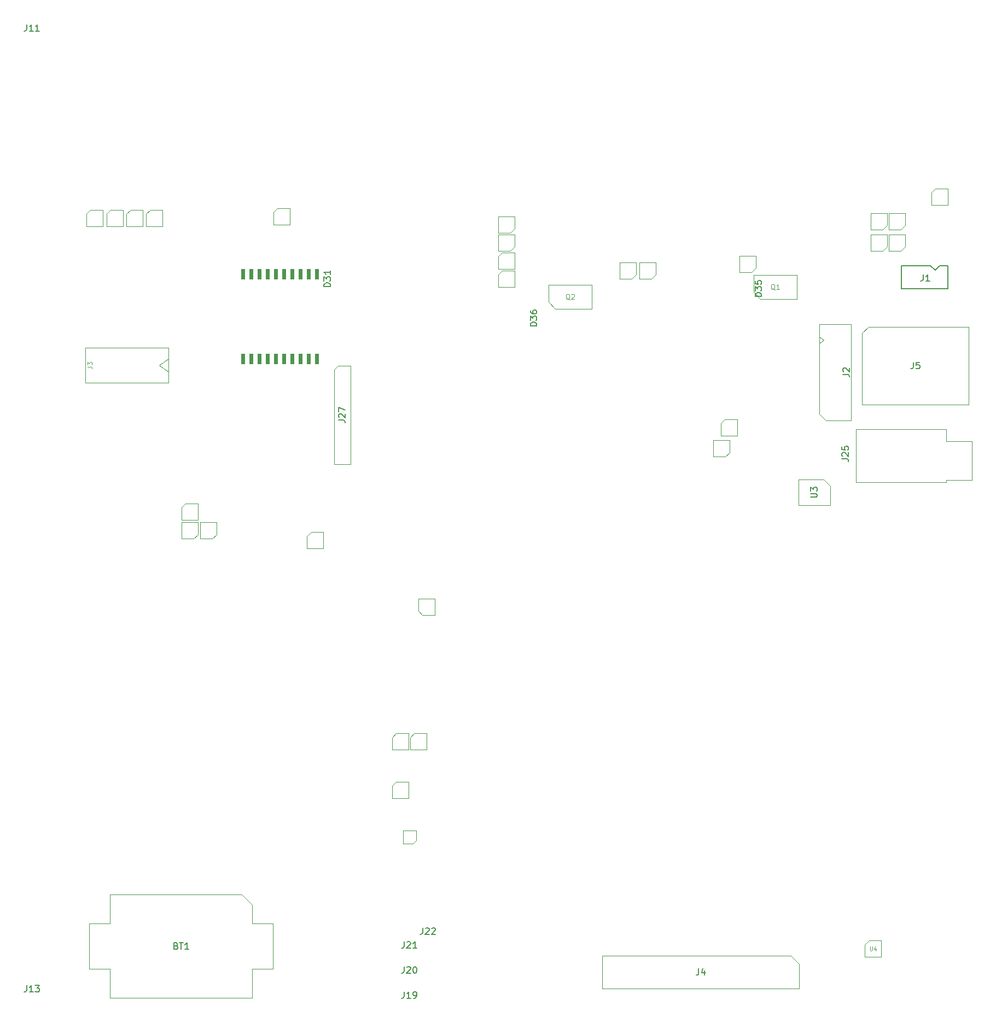
<source format=gbr>
G04 #@! TF.GenerationSoftware,KiCad,Pcbnew,(6.0.1)*
G04 #@! TF.CreationDate,2022-05-23T18:47:54+03:00*
G04 #@! TF.ProjectId,hellen72_NB2,68656c6c-656e-4373-925f-4e42322e6b69,b*
G04 #@! TF.SameCoordinates,PX141ef50PYa2cc1bc*
G04 #@! TF.FileFunction,AssemblyDrawing,Top*
%FSLAX46Y46*%
G04 Gerber Fmt 4.6, Leading zero omitted, Abs format (unit mm)*
G04 Created by KiCad (PCBNEW (6.0.1)) date 2022-05-23 18:47:54*
%MOMM*%
%LPD*%
G01*
G04 APERTURE LIST*
%ADD10C,0.150000*%
%ADD11C,0.120000*%
%ADD12C,0.090000*%
%ADD13C,0.100000*%
%ADD14C,0.010000*%
G04 APERTURE END LIST*
D10*
G04 #@! TO.C,J27*
X52776060Y93187817D02*
X53490346Y93187817D01*
X53633203Y93140198D01*
X53728441Y93044960D01*
X53776060Y92902102D01*
X53776060Y92806864D01*
X52871299Y93616388D02*
X52823680Y93664007D01*
X52776060Y93759245D01*
X52776060Y93997340D01*
X52823680Y94092579D01*
X52871299Y94140198D01*
X52966537Y94187817D01*
X53061775Y94187817D01*
X53204632Y94140198D01*
X53776060Y93568769D01*
X53776060Y94187817D01*
X52776060Y94521150D02*
X52776060Y95187817D01*
X53776060Y94759245D01*
G04 #@! TO.C,J19*
X62910135Y4683661D02*
X62910135Y3969375D01*
X62862516Y3826518D01*
X62767278Y3731280D01*
X62624420Y3683661D01*
X62529182Y3683661D01*
X63910135Y3683661D02*
X63338706Y3683661D01*
X63624420Y3683661D02*
X63624420Y4683661D01*
X63529182Y4540803D01*
X63433944Y4445565D01*
X63338706Y4397946D01*
X64386325Y3683661D02*
X64576801Y3683661D01*
X64672039Y3731280D01*
X64719659Y3778899D01*
X64814897Y3921756D01*
X64862516Y4112232D01*
X64862516Y4493184D01*
X64814897Y4588422D01*
X64767278Y4636041D01*
X64672039Y4683661D01*
X64481563Y4683661D01*
X64386325Y4636041D01*
X64338706Y4588422D01*
X64291087Y4493184D01*
X64291087Y4255089D01*
X64338706Y4159851D01*
X64386325Y4112232D01*
X64481563Y4064613D01*
X64672039Y4064613D01*
X64767278Y4112232D01*
X64814897Y4159851D01*
X64862516Y4255089D01*
G04 #@! TO.C,D35*
X118260060Y112341055D02*
X117260060Y112341055D01*
X117260060Y112579150D01*
X117307680Y112722007D01*
X117402918Y112817245D01*
X117498156Y112864864D01*
X117688632Y112912483D01*
X117831489Y112912483D01*
X118021965Y112864864D01*
X118117203Y112817245D01*
X118212441Y112722007D01*
X118260060Y112579150D01*
X118260060Y112341055D01*
X117260060Y113245817D02*
X117260060Y113864864D01*
X117641013Y113531531D01*
X117641013Y113674388D01*
X117688632Y113769626D01*
X117736251Y113817245D01*
X117831489Y113864864D01*
X118069584Y113864864D01*
X118164822Y113817245D01*
X118212441Y113769626D01*
X118260060Y113674388D01*
X118260060Y113388674D01*
X118212441Y113293436D01*
X118164822Y113245817D01*
X117260060Y114769626D02*
X117260060Y114293436D01*
X117736251Y114245817D01*
X117688632Y114293436D01*
X117641013Y114388674D01*
X117641013Y114626769D01*
X117688632Y114722007D01*
X117736251Y114769626D01*
X117831489Y114817245D01*
X118069584Y114817245D01*
X118164822Y114769626D01*
X118212441Y114722007D01*
X118260060Y114626769D01*
X118260060Y114388674D01*
X118212441Y114293436D01*
X118164822Y114245817D01*
G04 #@! TO.C,J20*
X62910135Y8556463D02*
X62910135Y7842177D01*
X62862516Y7699320D01*
X62767278Y7604082D01*
X62624420Y7556463D01*
X62529182Y7556463D01*
X63338706Y8461224D02*
X63386325Y8508843D01*
X63481563Y8556463D01*
X63719659Y8556463D01*
X63814897Y8508843D01*
X63862516Y8461224D01*
X63910135Y8365986D01*
X63910135Y8270748D01*
X63862516Y8127891D01*
X63291087Y7556463D01*
X63910135Y7556463D01*
X64529182Y8556463D02*
X64624420Y8556463D01*
X64719659Y8508843D01*
X64767278Y8461224D01*
X64814897Y8365986D01*
X64862516Y8175510D01*
X64862516Y7937415D01*
X64814897Y7746939D01*
X64767278Y7651701D01*
X64719659Y7604082D01*
X64624420Y7556463D01*
X64529182Y7556463D01*
X64433944Y7604082D01*
X64386325Y7651701D01*
X64338706Y7746939D01*
X64291087Y7937415D01*
X64291087Y8175510D01*
X64338706Y8365986D01*
X64386325Y8461224D01*
X64433944Y8508843D01*
X64529182Y8556463D01*
G04 #@! TO.C,J1*
X143268346Y115727960D02*
X143268346Y115013674D01*
X143220727Y114870817D01*
X143125489Y114775579D01*
X142982632Y114727960D01*
X142887394Y114727960D01*
X144268346Y114727960D02*
X143696918Y114727960D01*
X143982632Y114727960D02*
X143982632Y115727960D01*
X143887394Y115585102D01*
X143792156Y115489864D01*
X143696918Y115442245D01*
G04 #@! TO.C,J5*
X141743346Y102152960D02*
X141743346Y101438674D01*
X141695727Y101295817D01*
X141600489Y101200579D01*
X141457632Y101152960D01*
X141362394Y101152960D01*
X142695727Y102152960D02*
X142219537Y102152960D01*
X142171918Y101676769D01*
X142219537Y101724388D01*
X142314775Y101772007D01*
X142552870Y101772007D01*
X142648108Y101724388D01*
X142695727Y101676769D01*
X142743346Y101581531D01*
X142743346Y101343436D01*
X142695727Y101248198D01*
X142648108Y101200579D01*
X142552870Y101152960D01*
X142314775Y101152960D01*
X142219537Y101200579D01*
X142171918Y101248198D01*
D11*
G04 #@! TO.C,J3*
X13918346Y101472007D02*
X14418346Y101472007D01*
X14518346Y101438674D01*
X14585013Y101372007D01*
X14618346Y101272007D01*
X14618346Y101205340D01*
X13918346Y101738674D02*
X13918346Y102172007D01*
X14185013Y101938674D01*
X14185013Y102038674D01*
X14218346Y102105340D01*
X14251680Y102138674D01*
X14318346Y102172007D01*
X14485013Y102172007D01*
X14551680Y102138674D01*
X14585013Y102105340D01*
X14618346Y102038674D01*
X14618346Y101838674D01*
X14585013Y101772007D01*
X14551680Y101738674D01*
D10*
G04 #@! TO.C,J13*
X4490476Y5647620D02*
X4490476Y4933334D01*
X4442857Y4790477D01*
X4347619Y4695239D01*
X4204761Y4647620D01*
X4109523Y4647620D01*
X5490476Y4647620D02*
X4919047Y4647620D01*
X5204761Y4647620D02*
X5204761Y5647620D01*
X5109523Y5504762D01*
X5014285Y5409524D01*
X4919047Y5361905D01*
X5823809Y5647620D02*
X6442857Y5647620D01*
X6109523Y5266667D01*
X6252380Y5266667D01*
X6347619Y5219048D01*
X6395238Y5171429D01*
X6442857Y5076191D01*
X6442857Y4838096D01*
X6395238Y4742858D01*
X6347619Y4695239D01*
X6252380Y4647620D01*
X5966666Y4647620D01*
X5871428Y4695239D01*
X5823809Y4742858D01*
G04 #@! TO.C,J22*
X65790476Y14547620D02*
X65790476Y13833334D01*
X65742857Y13690477D01*
X65647619Y13595239D01*
X65504761Y13547620D01*
X65409523Y13547620D01*
X66219047Y14452381D02*
X66266666Y14500000D01*
X66361904Y14547620D01*
X66600000Y14547620D01*
X66695238Y14500000D01*
X66742857Y14452381D01*
X66790476Y14357143D01*
X66790476Y14261905D01*
X66742857Y14119048D01*
X66171428Y13547620D01*
X66790476Y13547620D01*
X67171428Y14452381D02*
X67219047Y14500000D01*
X67314285Y14547620D01*
X67552380Y14547620D01*
X67647619Y14500000D01*
X67695238Y14452381D01*
X67742857Y14357143D01*
X67742857Y14261905D01*
X67695238Y14119048D01*
X67123809Y13547620D01*
X67742857Y13547620D01*
G04 #@! TO.C,BT1*
X27615965Y11776769D02*
X27758822Y11729150D01*
X27806441Y11681531D01*
X27854060Y11586293D01*
X27854060Y11443436D01*
X27806441Y11348198D01*
X27758822Y11300579D01*
X27663584Y11252960D01*
X27282632Y11252960D01*
X27282632Y12252960D01*
X27615965Y12252960D01*
X27711203Y12205340D01*
X27758822Y12157721D01*
X27806441Y12062483D01*
X27806441Y11967245D01*
X27758822Y11872007D01*
X27711203Y11824388D01*
X27615965Y11776769D01*
X27282632Y11776769D01*
X28139775Y12252960D02*
X28711203Y12252960D01*
X28425489Y11252960D02*
X28425489Y12252960D01*
X29568346Y11252960D02*
X28996918Y11252960D01*
X29282632Y11252960D02*
X29282632Y12252960D01*
X29187394Y12110102D01*
X29092156Y12014864D01*
X28996918Y11967245D01*
G04 #@! TO.C,J25*
X130702380Y87188820D02*
X131416666Y87188820D01*
X131559523Y87141201D01*
X131654761Y87045963D01*
X131702380Y86903105D01*
X131702380Y86807867D01*
X130797619Y87617391D02*
X130750000Y87665010D01*
X130702380Y87760248D01*
X130702380Y87998343D01*
X130750000Y88093582D01*
X130797619Y88141201D01*
X130892857Y88188820D01*
X130988095Y88188820D01*
X131130952Y88141201D01*
X131702380Y87569772D01*
X131702380Y88188820D01*
X130702380Y89093582D02*
X130702380Y88617391D01*
X131178571Y88569772D01*
X131130952Y88617391D01*
X131083333Y88712629D01*
X131083333Y88950724D01*
X131130952Y89045963D01*
X131178571Y89093582D01*
X131273809Y89141201D01*
X131511904Y89141201D01*
X131607142Y89093582D01*
X131654761Y89045963D01*
X131702380Y88950724D01*
X131702380Y88712629D01*
X131654761Y88617391D01*
X131607142Y88569772D01*
G04 #@! TO.C,U3*
X125865013Y81258674D02*
X126658346Y81258674D01*
X126751680Y81305340D01*
X126798346Y81352007D01*
X126845013Y81445340D01*
X126845013Y81632007D01*
X126798346Y81725340D01*
X126751680Y81772007D01*
X126658346Y81818674D01*
X125865013Y81818674D01*
X125865013Y82192007D02*
X125865013Y82798674D01*
X126238346Y82472007D01*
X126238346Y82612007D01*
X126285013Y82705340D01*
X126331680Y82752007D01*
X126425013Y82798674D01*
X126658346Y82798674D01*
X126751680Y82752007D01*
X126798346Y82705340D01*
X126845013Y82612007D01*
X126845013Y82332007D01*
X126798346Y82238674D01*
X126751680Y82192007D01*
D12*
G04 #@! TO.C,U4*
X135029299Y11669864D02*
X135029299Y11167960D01*
X135058822Y11108912D01*
X135088346Y11079388D01*
X135147394Y11049864D01*
X135265489Y11049864D01*
X135324537Y11079388D01*
X135354060Y11108912D01*
X135383584Y11167960D01*
X135383584Y11669864D01*
X135944537Y11463198D02*
X135944537Y11049864D01*
X135796918Y11699388D02*
X135649299Y11256531D01*
X136033108Y11256531D01*
D11*
G04 #@! TO.C,Q1*
X120303489Y113371245D02*
X120227299Y113409340D01*
X120151108Y113485531D01*
X120036822Y113599817D01*
X119960632Y113637912D01*
X119884441Y113637912D01*
X119922537Y113447436D02*
X119846346Y113485531D01*
X119770156Y113561721D01*
X119732060Y113714102D01*
X119732060Y113980769D01*
X119770156Y114133150D01*
X119846346Y114209340D01*
X119922537Y114247436D01*
X120074918Y114247436D01*
X120151108Y114209340D01*
X120227299Y114133150D01*
X120265394Y113980769D01*
X120265394Y113714102D01*
X120227299Y113561721D01*
X120151108Y113485531D01*
X120074918Y113447436D01*
X119922537Y113447436D01*
X121027299Y113447436D02*
X120570156Y113447436D01*
X120798727Y113447436D02*
X120798727Y114247436D01*
X120722537Y114133150D01*
X120646346Y114056960D01*
X120570156Y114018864D01*
D10*
G04 #@! TO.C,D31*
X51522060Y113865055D02*
X50522060Y113865055D01*
X50522060Y114103150D01*
X50569680Y114246007D01*
X50664918Y114341245D01*
X50760156Y114388864D01*
X50950632Y114436483D01*
X51093489Y114436483D01*
X51283965Y114388864D01*
X51379203Y114341245D01*
X51474441Y114246007D01*
X51522060Y114103150D01*
X51522060Y113865055D01*
X50522060Y114769817D02*
X50522060Y115388864D01*
X50903013Y115055531D01*
X50903013Y115198388D01*
X50950632Y115293626D01*
X50998251Y115341245D01*
X51093489Y115388864D01*
X51331584Y115388864D01*
X51426822Y115341245D01*
X51474441Y115293626D01*
X51522060Y115198388D01*
X51522060Y114912674D01*
X51474441Y114817436D01*
X51426822Y114769817D01*
X51522060Y116341245D02*
X51522060Y115769817D01*
X51522060Y116055531D02*
X50522060Y116055531D01*
X50664918Y115960293D01*
X50760156Y115865055D01*
X50807775Y115769817D01*
D11*
G04 #@! TO.C,Q2*
X88553489Y111847245D02*
X88477299Y111885340D01*
X88401108Y111961531D01*
X88286822Y112075817D01*
X88210632Y112113912D01*
X88134441Y112113912D01*
X88172537Y111923436D02*
X88096346Y111961531D01*
X88020156Y112037721D01*
X87982060Y112190102D01*
X87982060Y112456769D01*
X88020156Y112609150D01*
X88096346Y112685340D01*
X88172537Y112723436D01*
X88324918Y112723436D01*
X88401108Y112685340D01*
X88477299Y112609150D01*
X88515394Y112456769D01*
X88515394Y112190102D01*
X88477299Y112037721D01*
X88401108Y111961531D01*
X88324918Y111923436D01*
X88172537Y111923436D01*
X88820156Y112647245D02*
X88858251Y112685340D01*
X88934441Y112723436D01*
X89124918Y112723436D01*
X89201108Y112685340D01*
X89239203Y112647245D01*
X89277299Y112571055D01*
X89277299Y112494864D01*
X89239203Y112380579D01*
X88782060Y111923436D01*
X89277299Y111923436D01*
D10*
G04 #@! TO.C,J11*
X4490476Y154447620D02*
X4490476Y153733334D01*
X4442857Y153590477D01*
X4347619Y153495239D01*
X4204761Y153447620D01*
X4109523Y153447620D01*
X5490476Y153447620D02*
X4919047Y153447620D01*
X5204761Y153447620D02*
X5204761Y154447620D01*
X5109523Y154304762D01*
X5014285Y154209524D01*
X4919047Y154161905D01*
X6442857Y153447620D02*
X5871428Y153447620D01*
X6157142Y153447620D02*
X6157142Y154447620D01*
X6061904Y154304762D01*
X5966666Y154209524D01*
X5871428Y154161905D01*
G04 #@! TO.C,J4*
X108520706Y8266840D02*
X108520706Y7552554D01*
X108473087Y7409697D01*
X108377849Y7314459D01*
X108234992Y7266840D01*
X108139754Y7266840D01*
X109425468Y7933506D02*
X109425468Y7266840D01*
X109187373Y8314459D02*
X108949278Y7600173D01*
X109568325Y7600173D01*
G04 #@! TO.C,J21*
X62917156Y12427960D02*
X62917156Y11713674D01*
X62869537Y11570817D01*
X62774299Y11475579D01*
X62631441Y11427960D01*
X62536203Y11427960D01*
X63345727Y12332721D02*
X63393346Y12380340D01*
X63488584Y12427960D01*
X63726680Y12427960D01*
X63821918Y12380340D01*
X63869537Y12332721D01*
X63917156Y12237483D01*
X63917156Y12142245D01*
X63869537Y11999388D01*
X63298108Y11427960D01*
X63917156Y11427960D01*
X64869537Y11427960D02*
X64298108Y11427960D01*
X64583822Y11427960D02*
X64583822Y12427960D01*
X64488584Y12285102D01*
X64393346Y12189864D01*
X64298108Y12142245D01*
G04 #@! TO.C,D36*
X83462060Y107769055D02*
X82462060Y107769055D01*
X82462060Y108007150D01*
X82509680Y108150007D01*
X82604918Y108245245D01*
X82700156Y108292864D01*
X82890632Y108340483D01*
X83033489Y108340483D01*
X83223965Y108292864D01*
X83319203Y108245245D01*
X83414441Y108150007D01*
X83462060Y108007150D01*
X83462060Y107769055D01*
X82462060Y108673817D02*
X82462060Y109292864D01*
X82843013Y108959531D01*
X82843013Y109102388D01*
X82890632Y109197626D01*
X82938251Y109245245D01*
X83033489Y109292864D01*
X83271584Y109292864D01*
X83366822Y109245245D01*
X83414441Y109197626D01*
X83462060Y109102388D01*
X83462060Y108816674D01*
X83414441Y108721436D01*
X83366822Y108673817D01*
X82462060Y110150007D02*
X82462060Y109959531D01*
X82509680Y109864293D01*
X82557299Y109816674D01*
X82700156Y109721436D01*
X82890632Y109673817D01*
X83271584Y109673817D01*
X83366822Y109721436D01*
X83414441Y109769055D01*
X83462060Y109864293D01*
X83462060Y110054769D01*
X83414441Y110150007D01*
X83366822Y110197626D01*
X83271584Y110245245D01*
X83033489Y110245245D01*
X82938251Y110197626D01*
X82890632Y110150007D01*
X82843013Y110054769D01*
X82843013Y109864293D01*
X82890632Y109769055D01*
X82938251Y109721436D01*
X83033489Y109673817D01*
G04 #@! TO.C,J2*
X130854060Y100272007D02*
X131568346Y100272007D01*
X131711203Y100224388D01*
X131806441Y100129150D01*
X131854060Y99986293D01*
X131854060Y99891055D01*
X130949299Y100700579D02*
X130901680Y100748198D01*
X130854060Y100843436D01*
X130854060Y101081531D01*
X130901680Y101176769D01*
X130949299Y101224388D01*
X131044537Y101272007D01*
X131139775Y101272007D01*
X131282632Y101224388D01*
X131854060Y100652960D01*
X131854060Y101272007D01*
D13*
G04 #@! TO.C,P5*
X61032380Y34640220D02*
X61032380Y36545220D01*
X61032380Y36545220D02*
X61667380Y37180220D01*
X63572380Y37180220D02*
X63572380Y34640220D01*
X61667380Y37180220D02*
X63572380Y37180220D01*
X63572380Y34640220D02*
X61032380Y34640220D01*
G04 #@! TO.C,P6*
X61667380Y44682400D02*
X63572380Y44682400D01*
X61032380Y42142400D02*
X61032380Y44047400D01*
X63572380Y44682400D02*
X63572380Y42142400D01*
X63572380Y42142400D02*
X61032380Y42142400D01*
X61032380Y44047400D02*
X61667380Y44682400D01*
G04 #@! TO.C,J27*
X54593680Y101617340D02*
X54593680Y86377340D01*
X54593680Y86377340D02*
X52053680Y86377340D01*
X52688680Y101617340D02*
X54593680Y101617340D01*
X52053680Y100982340D02*
X52688680Y101617340D01*
X52053680Y86377340D02*
X52053680Y100982340D01*
G04 #@! TO.C,P19*
X42655680Y123461340D02*
X42655680Y125366340D01*
X45195680Y126001340D02*
X45195680Y123461340D01*
X45195680Y123461340D02*
X42655680Y123461340D01*
X42655680Y125366340D02*
X43290680Y126001340D01*
X43290680Y126001340D02*
X45195680Y126001340D01*
G04 #@! TO.C,P10*
X77453680Y116603340D02*
X77453680Y118508340D01*
X79993680Y116603340D02*
X77453680Y116603340D01*
X79993680Y119143340D02*
X79993680Y116603340D01*
X77453680Y118508340D02*
X78088680Y119143340D01*
X78088680Y119143340D02*
X79993680Y119143340D01*
G04 #@! TO.C,P12*
X30971680Y80275340D02*
X30971680Y77735340D01*
X30971680Y77735340D02*
X28431680Y77735340D01*
X29066680Y80275340D02*
X30971680Y80275340D01*
X28431680Y79640340D02*
X29066680Y80275340D01*
X28431680Y77735340D02*
X28431680Y79640340D01*
G04 #@! TO.C,P15*
X78088680Y116349340D02*
X79993680Y116349340D01*
X79993680Y113809340D02*
X77453680Y113809340D01*
X77453680Y113809340D02*
X77453680Y115714340D01*
X79993680Y116349340D02*
X79993680Y113809340D01*
X77453680Y115714340D02*
X78088680Y116349340D01*
G04 #@! TO.C,P56*
X140445680Y125239340D02*
X140445680Y123334340D01*
X137905680Y122699340D02*
X137905680Y125239340D01*
X139810680Y122699340D02*
X137905680Y122699340D01*
X140445680Y123334340D02*
X139810680Y122699340D01*
X137905680Y125239340D02*
X140445680Y125239340D01*
G04 #@! TO.C,P52*
X101202680Y115079340D02*
X99297680Y115079340D01*
X101837680Y115714340D02*
X101202680Y115079340D01*
X99297680Y115079340D02*
X99297680Y117619340D01*
X101837680Y117619340D02*
X101837680Y115714340D01*
X99297680Y117619340D02*
X101837680Y117619340D01*
G04 #@! TO.C,P13*
X31331680Y77375340D02*
X33871680Y77375340D01*
X33871680Y75470340D02*
X33236680Y74835340D01*
X31331680Y74835340D02*
X31331680Y77375340D01*
X33871680Y77375340D02*
X33871680Y75470340D01*
X33236680Y74835340D02*
X31331680Y74835340D01*
D10*
G04 #@! TO.C,J1*
X139901680Y113580340D02*
X139901680Y117080340D01*
X144401680Y117080340D02*
X139901680Y117080340D01*
X139901680Y113580340D02*
X147101680Y113580340D01*
X147101680Y117080340D02*
X147101680Y113580340D01*
X145801680Y117080340D02*
X145101680Y116380340D01*
X145101680Y116380340D02*
X144401680Y117080340D01*
X147101680Y117080340D02*
X145801680Y117080340D01*
D13*
G04 #@! TO.C,J5*
X134826680Y107655340D02*
X150326680Y107655340D01*
X150326680Y95555340D02*
X133826680Y95555340D01*
X150326680Y107655340D02*
X150326680Y95555340D01*
X133826680Y95555340D02*
X133826680Y106655340D01*
X133826680Y106655340D02*
X134826680Y107655340D01*
G04 #@! TO.C,P4*
X66382640Y44680220D02*
X66382640Y42140220D01*
X64477640Y44680220D02*
X66382640Y44680220D01*
X66382640Y42140220D02*
X63842640Y42140220D01*
X63842640Y44045220D02*
X64477640Y44680220D01*
X63842640Y42140220D02*
X63842640Y44045220D01*
G04 #@! TO.C,P21*
X14364680Y125747340D02*
X16269680Y125747340D01*
X16269680Y123207340D02*
X13729680Y123207340D01*
X13729680Y125112340D02*
X14364680Y125747340D01*
X16269680Y125747340D02*
X16269680Y123207340D01*
X13729680Y123207340D02*
X13729680Y125112340D01*
G04 #@! TO.C,P11*
X30971680Y77375340D02*
X30971680Y75470340D01*
X28431680Y74835340D02*
X28431680Y77375340D01*
X30336680Y74835340D02*
X28431680Y74835340D01*
X28431680Y77375340D02*
X30971680Y77375340D01*
X30971680Y75470340D02*
X30336680Y74835340D01*
G04 #@! TO.C,J3*
X26401680Y100705340D02*
X24987466Y101705340D01*
X26401680Y104405340D02*
X13601680Y104405340D01*
X24987466Y101705340D02*
X26401680Y102705340D01*
X13601680Y104405340D02*
X13601680Y99005340D01*
X13601680Y99005340D02*
X26401680Y99005340D01*
X26401680Y99005340D02*
X26401680Y104405340D01*
G04 #@! TO.C,P50*
X147049680Y129049340D02*
X147049680Y126509340D01*
X145144680Y129049340D02*
X147049680Y129049340D01*
X147049680Y126509340D02*
X144509680Y126509340D01*
X144509680Y126509340D02*
X144509680Y128414340D01*
X144509680Y128414340D02*
X145144680Y129049340D01*
G04 #@! TO.C,P8*
X79358680Y122191340D02*
X77453680Y122191340D01*
X79993680Y122826340D02*
X79358680Y122191340D01*
X79993680Y124731340D02*
X79993680Y122826340D01*
X77453680Y122191340D02*
X77453680Y124731340D01*
X77453680Y124731340D02*
X79993680Y124731340D01*
G04 #@! TO.C,P48*
X137905680Y121937340D02*
X140445680Y121937340D01*
X139810680Y119397340D02*
X137905680Y119397340D01*
X137905680Y119397340D02*
X137905680Y121937340D01*
X140445680Y121937340D02*
X140445680Y120032340D01*
X140445680Y120032340D02*
X139810680Y119397340D01*
G04 #@! TO.C,P16*
X22471680Y125775340D02*
X22471680Y123235340D01*
X22471680Y123235340D02*
X19931680Y123235340D01*
X19931680Y125140340D02*
X20566680Y125775340D01*
X19931680Y123235340D02*
X19931680Y125140340D01*
X20566680Y125775340D02*
X22471680Y125775340D01*
G04 #@! TO.C,U1*
X62801680Y29605340D02*
X64801680Y29605340D01*
X64801680Y28105340D02*
X64301680Y27605340D01*
X64301680Y27605340D02*
X62801680Y27605340D01*
X62801680Y27605340D02*
X62801680Y29605340D01*
X64801680Y29605340D02*
X64801680Y28105340D01*
G04 #@! TO.C,BT1*
X42601680Y8205340D02*
X39401680Y8205340D01*
X17401680Y19705340D02*
X37801680Y19705340D01*
X17401680Y15205340D02*
X14201680Y15205340D01*
X17401680Y3705340D02*
X17401680Y8205340D01*
X17401680Y19705340D02*
X17401680Y15205340D01*
X39401680Y3705340D02*
X39401680Y8205340D01*
X39401680Y18105340D02*
X39401680Y15205340D01*
X14201680Y15205340D02*
X14201680Y8205340D01*
X39401680Y15205340D02*
X42601680Y15205340D01*
X42601680Y15205340D02*
X42601680Y8205340D01*
X17401680Y3705340D02*
X39401680Y3705340D01*
X14201680Y8205340D02*
X17401680Y8205340D01*
X37801680Y19705340D02*
X39401680Y18105340D01*
G04 #@! TO.C,P9*
X79993680Y121937340D02*
X79993680Y120032340D01*
X79993680Y120032340D02*
X79358680Y119397340D01*
X79358680Y119397340D02*
X77453680Y119397340D01*
X77453680Y119397340D02*
X77453680Y121937340D01*
X77453680Y121937340D02*
X79993680Y121937340D01*
G04 #@! TO.C,J25*
X146826680Y91805340D02*
X146826680Y89905340D01*
X132826680Y83605340D02*
X132826680Y91805340D01*
X146826680Y83905340D02*
X146826680Y83605340D01*
X150826680Y89905340D02*
X150826680Y83905340D01*
X150826680Y83905340D02*
X146826680Y83905340D01*
X146826680Y83605340D02*
X132826680Y83605340D01*
X132826680Y91805340D02*
X146826680Y91805340D01*
X146826680Y89905340D02*
X150826680Y89905340D01*
G04 #@! TO.C,P23*
X47881680Y75190340D02*
X48516680Y75825340D01*
X48516680Y75825340D02*
X50421680Y75825340D01*
X47881680Y73285340D02*
X47881680Y75190340D01*
X50421680Y73285340D02*
X47881680Y73285340D01*
X50421680Y75825340D02*
X50421680Y73285340D01*
G04 #@! TO.C,P20*
X111931680Y90785340D02*
X111931680Y92690340D01*
X114471680Y93325340D02*
X114471680Y90785340D01*
X112566680Y93325340D02*
X114471680Y93325340D01*
X114471680Y90785340D02*
X111931680Y90785340D01*
X111931680Y92690340D02*
X112566680Y93325340D01*
G04 #@! TO.C,U3*
X127876680Y83955340D02*
X128851680Y82980340D01*
X128851680Y82980340D02*
X128851680Y80055340D01*
X123951680Y83955340D02*
X127876680Y83955340D01*
X128851680Y80055340D02*
X123951680Y80055340D01*
X123951680Y80055340D02*
X123951680Y83955340D01*
G04 #@! TO.C,U4*
X134251680Y10080340D02*
X134251680Y11955340D01*
X136751680Y10080340D02*
X134251680Y10080340D01*
X136751680Y12580340D02*
X136751680Y10080340D01*
X134876680Y12580340D02*
X136751680Y12580340D01*
X134251680Y11955340D02*
X134876680Y12580340D01*
G04 #@! TO.C,Q1*
X118079680Y111959340D02*
X117029680Y113009340D01*
X117029680Y115659340D02*
X123729680Y115659340D01*
X118079680Y111959340D02*
X123729680Y111959340D01*
X117029680Y113009340D02*
X117029680Y115659340D01*
X123729680Y111959340D02*
X123729680Y115659340D01*
G04 #@! TO.C,P3*
X23616680Y125775340D02*
X25521680Y125775340D01*
X25521680Y125775340D02*
X25521680Y123235340D01*
X22981680Y123235340D02*
X22981680Y125140340D01*
X25521680Y123235340D02*
X22981680Y123235340D01*
X22981680Y125140340D02*
X23616680Y125775340D01*
G04 #@! TO.C,Q2*
X85279680Y114135340D02*
X91979680Y114135340D01*
X86329680Y110435340D02*
X91979680Y110435340D01*
X91979680Y110435340D02*
X91979680Y114135340D01*
X86329680Y110435340D02*
X85279680Y111485340D01*
X85279680Y111485340D02*
X85279680Y114135340D01*
G04 #@! TO.C,P17*
X17466680Y125747340D02*
X19371680Y125747340D01*
X19371680Y123207340D02*
X16831680Y123207340D01*
X16831680Y125112340D02*
X17466680Y125747340D01*
X19371680Y125747340D02*
X19371680Y123207340D01*
X16831680Y123207340D02*
X16831680Y125112340D01*
G04 #@! TO.C,P18*
X65766680Y63009340D02*
X65131680Y63644340D01*
X67671680Y65549340D02*
X67671680Y63009340D01*
X65131680Y65549340D02*
X67671680Y65549340D01*
X67671680Y63009340D02*
X65766680Y63009340D01*
X65131680Y63644340D02*
X65131680Y65549340D01*
G04 #@! TO.C,P53*
X96249680Y115079340D02*
X96249680Y117619340D01*
X98154680Y115079340D02*
X96249680Y115079340D01*
X98789680Y117619340D02*
X98789680Y115714340D01*
X98789680Y115714340D02*
X98154680Y115079340D01*
X96249680Y117619340D02*
X98789680Y117619340D01*
G04 #@! TO.C,J4*
X93614040Y5179220D02*
X93614040Y10259220D01*
X122824040Y10259220D02*
X124094040Y8989220D01*
X124094040Y8989220D02*
X124094040Y5179220D01*
X93614040Y10259220D02*
X122824040Y10259220D01*
X124094040Y5179220D02*
X93614040Y5179220D01*
G04 #@! TO.C,P7*
X117331680Y118635340D02*
X117331680Y116730340D01*
X114791680Y118635340D02*
X117331680Y118635340D01*
X116696680Y116095340D02*
X114791680Y116095340D01*
X114791680Y116095340D02*
X114791680Y118635340D01*
X117331680Y116730340D02*
X116696680Y116095340D01*
G04 #@! TO.C,P1*
X110727680Y90075340D02*
X113267680Y90075340D01*
X110727680Y87535340D02*
X110727680Y90075340D01*
X113267680Y88170340D02*
X112632680Y87535340D01*
X113267680Y90075340D02*
X113267680Y88170340D01*
X112632680Y87535340D02*
X110727680Y87535340D01*
G04 #@! TO.C,P49*
X135111680Y122699340D02*
X135111680Y125239340D01*
X137651680Y125239340D02*
X137651680Y123334340D01*
X137651680Y123334340D02*
X137016680Y122699340D01*
X135111680Y125239340D02*
X137651680Y125239340D01*
X137016680Y122699340D02*
X135111680Y122699340D01*
G04 #@! TO.C,P51*
X135111680Y121937340D02*
X137651680Y121937340D01*
X137016680Y119397340D02*
X135111680Y119397340D01*
X137651680Y120032340D02*
X137016680Y119397340D01*
X135111680Y119397340D02*
X135111680Y121937340D01*
X137651680Y121937340D02*
X137651680Y120032340D01*
D14*
G04 #@! TO.C,U5*
X46607590Y116575340D02*
X47096780Y116575340D01*
X47096780Y116575340D02*
X47096780Y115057430D01*
X47096780Y115057430D02*
X46607590Y115057430D01*
X46607590Y115057430D02*
X46607590Y116575340D01*
G36*
X47096780Y115057430D02*
G01*
X46607590Y115057430D01*
X46607590Y116575340D01*
X47096780Y116575340D01*
X47096780Y115057430D01*
G37*
X47096780Y115057430D02*
X46607590Y115057430D01*
X46607590Y116575340D01*
X47096780Y116575340D01*
X47096780Y115057430D01*
X38981350Y103455240D02*
X39476780Y103455240D01*
X39476780Y103455240D02*
X39476780Y101927170D01*
X39476780Y101927170D02*
X38981350Y101927170D01*
X38981350Y101927170D02*
X38981350Y103455240D01*
G36*
X39476780Y101927170D02*
G01*
X38981350Y101927170D01*
X38981350Y103455240D01*
X39476780Y103455240D01*
X39476780Y101927170D01*
G37*
X39476780Y101927170D02*
X38981350Y101927170D01*
X38981350Y103455240D01*
X39476780Y103455240D01*
X39476780Y101927170D01*
X45338350Y103455240D02*
X45826780Y103455240D01*
X45826780Y103455240D02*
X45826780Y101927540D01*
X45826780Y101927540D02*
X45338350Y101927540D01*
X45338350Y101927540D02*
X45338350Y103455240D01*
G36*
X45826780Y101927540D02*
G01*
X45338350Y101927540D01*
X45338350Y103455240D01*
X45826780Y103455240D01*
X45826780Y101927540D01*
G37*
X45826780Y101927540D02*
X45338350Y101927540D01*
X45338350Y103455240D01*
X45826780Y103455240D01*
X45826780Y101927540D01*
X37715060Y103455240D02*
X38206780Y103455240D01*
X38206780Y103455240D02*
X38206780Y101933470D01*
X38206780Y101933470D02*
X37715060Y101933470D01*
X37715060Y101933470D02*
X37715060Y103455240D01*
G36*
X38206780Y101933470D02*
G01*
X37715060Y101933470D01*
X37715060Y103455240D01*
X38206780Y103455240D01*
X38206780Y101933470D01*
G37*
X38206780Y101933470D02*
X37715060Y101933470D01*
X37715060Y103455240D01*
X38206780Y103455240D01*
X38206780Y101933470D01*
X47882400Y103455240D02*
X48366780Y103455240D01*
X48366780Y103455240D02*
X48366780Y101925190D01*
X48366780Y101925190D02*
X47882400Y101925190D01*
X47882400Y101925190D02*
X47882400Y103455240D01*
G36*
X48366780Y101925190D02*
G01*
X47882400Y101925190D01*
X47882400Y103455240D01*
X48366780Y103455240D01*
X48366780Y101925190D01*
G37*
X48366780Y101925190D02*
X47882400Y101925190D01*
X47882400Y103455240D01*
X48366780Y103455240D01*
X48366780Y101925190D01*
X46607680Y103455240D02*
X47096780Y103455240D01*
X47096780Y103455240D02*
X47096780Y101932600D01*
X47096780Y101932600D02*
X46607680Y101932600D01*
X46607680Y101932600D02*
X46607680Y103455240D01*
G36*
X47096780Y101932600D02*
G01*
X46607680Y101932600D01*
X46607680Y103455240D01*
X47096780Y103455240D01*
X47096780Y101932600D01*
G37*
X47096780Y101932600D02*
X46607680Y101932600D01*
X46607680Y103455240D01*
X47096780Y103455240D01*
X47096780Y101932600D01*
X37708020Y116575340D02*
X38206780Y116575340D01*
X38206780Y116575340D02*
X38206780Y115063770D01*
X38206780Y115063770D02*
X37708020Y115063770D01*
X37708020Y115063770D02*
X37708020Y116575340D01*
G36*
X38206780Y115063770D02*
G01*
X37708020Y115063770D01*
X37708020Y116575340D01*
X38206780Y116575340D01*
X38206780Y115063770D01*
G37*
X38206780Y115063770D02*
X37708020Y115063770D01*
X37708020Y116575340D01*
X38206780Y116575340D01*
X38206780Y115063770D01*
X42795093Y103455240D02*
X43286780Y103455240D01*
X43286780Y103455240D02*
X43286780Y101922970D01*
X43286780Y101922970D02*
X42795093Y101922970D01*
X42795093Y101922970D02*
X42795093Y103455240D01*
G36*
X43286780Y101922970D02*
G01*
X42795093Y101922970D01*
X42795093Y103455240D01*
X43286780Y103455240D01*
X43286780Y101922970D01*
G37*
X43286780Y101922970D02*
X42795093Y101922970D01*
X42795093Y103455240D01*
X43286780Y103455240D01*
X43286780Y101922970D01*
X45339530Y116575340D02*
X45826780Y116575340D01*
X45826780Y116575340D02*
X45826780Y115065730D01*
X45826780Y115065730D02*
X45339530Y115065730D01*
X45339530Y115065730D02*
X45339530Y116575340D01*
G36*
X45826780Y115065730D02*
G01*
X45339530Y115065730D01*
X45339530Y116575340D01*
X45826780Y116575340D01*
X45826780Y115065730D01*
G37*
X45826780Y115065730D02*
X45339530Y115065730D01*
X45339530Y116575340D01*
X45826780Y116575340D01*
X45826780Y115065730D01*
X41523230Y116575340D02*
X42016780Y116575340D01*
X42016780Y116575340D02*
X42016780Y115064480D01*
X42016780Y115064480D02*
X41523230Y115064480D01*
X41523230Y115064480D02*
X41523230Y116575340D01*
G36*
X42016780Y115064480D02*
G01*
X41523230Y115064480D01*
X41523230Y116575340D01*
X42016780Y116575340D01*
X42016780Y115064480D01*
G37*
X42016780Y115064480D02*
X41523230Y115064480D01*
X41523230Y116575340D01*
X42016780Y116575340D01*
X42016780Y115064480D01*
X38985810Y116575340D02*
X39476780Y116575340D01*
X39476780Y116575340D02*
X39476780Y115056390D01*
X39476780Y115056390D02*
X38985810Y115056390D01*
X38985810Y115056390D02*
X38985810Y116575340D01*
G36*
X39476780Y115056390D02*
G01*
X38985810Y115056390D01*
X38985810Y116575340D01*
X39476780Y116575340D01*
X39476780Y115056390D01*
G37*
X39476780Y115056390D02*
X38985810Y115056390D01*
X38985810Y116575340D01*
X39476780Y116575340D01*
X39476780Y115056390D01*
X44067221Y116575340D02*
X44556780Y116575340D01*
X44556780Y116575340D02*
X44556780Y115064980D01*
X44556780Y115064980D02*
X44067221Y115064980D01*
X44067221Y115064980D02*
X44067221Y116575340D01*
G36*
X44556780Y115064980D02*
G01*
X44067221Y115064980D01*
X44067221Y116575340D01*
X44556780Y116575340D01*
X44556780Y115064980D01*
G37*
X44556780Y115064980D02*
X44067221Y115064980D01*
X44067221Y116575340D01*
X44556780Y116575340D01*
X44556780Y115064980D01*
X41526110Y103455240D02*
X42016780Y103455240D01*
X42016780Y103455240D02*
X42016780Y101933740D01*
X42016780Y101933740D02*
X41526110Y101933740D01*
X41526110Y101933740D02*
X41526110Y103455240D01*
G36*
X42016780Y101933740D02*
G01*
X41526110Y101933740D01*
X41526110Y103455240D01*
X42016780Y103455240D01*
X42016780Y101933740D01*
G37*
X42016780Y101933740D02*
X41526110Y101933740D01*
X41526110Y103455240D01*
X42016780Y103455240D01*
X42016780Y101933740D01*
X49154560Y103455240D02*
X49636780Y103455240D01*
X49636780Y103455240D02*
X49636780Y101924670D01*
X49636780Y101924670D02*
X49154560Y101924670D01*
X49154560Y101924670D02*
X49154560Y103455240D01*
G36*
X49636780Y101924670D02*
G01*
X49154560Y101924670D01*
X49154560Y103455240D01*
X49636780Y103455240D01*
X49636780Y101924670D01*
G37*
X49636780Y101924670D02*
X49154560Y101924670D01*
X49154560Y103455240D01*
X49636780Y103455240D01*
X49636780Y101924670D01*
X42795990Y116575340D02*
X43286780Y116575340D01*
X43286780Y116575340D02*
X43286780Y115059330D01*
X43286780Y115059330D02*
X42795990Y115059330D01*
X42795990Y115059330D02*
X42795990Y116575340D01*
G36*
X43286780Y115059330D02*
G01*
X42795990Y115059330D01*
X42795990Y116575340D01*
X43286780Y116575340D01*
X43286780Y115059330D01*
G37*
X43286780Y115059330D02*
X42795990Y115059330D01*
X42795990Y116575340D01*
X43286780Y116575340D01*
X43286780Y115059330D01*
X49149860Y116575340D02*
X49636780Y116575340D01*
X49636780Y116575340D02*
X49636780Y115058920D01*
X49636780Y115058920D02*
X49149860Y115058920D01*
X49149860Y115058920D02*
X49149860Y116575340D01*
G36*
X49636780Y115058920D02*
G01*
X49149860Y115058920D01*
X49149860Y116575340D01*
X49636780Y116575340D01*
X49636780Y115058920D01*
G37*
X49636780Y115058920D02*
X49149860Y115058920D01*
X49149860Y116575340D01*
X49636780Y116575340D01*
X49636780Y115058920D01*
X44066634Y103455240D02*
X44556780Y103455240D01*
X44556780Y103455240D02*
X44556780Y101934330D01*
X44556780Y101934330D02*
X44066634Y101934330D01*
X44066634Y101934330D02*
X44066634Y103455240D01*
G36*
X44556780Y101934330D02*
G01*
X44066634Y101934330D01*
X44066634Y103455240D01*
X44556780Y103455240D01*
X44556780Y101934330D01*
G37*
X44556780Y101934330D02*
X44066634Y101934330D01*
X44066634Y103455240D01*
X44556780Y103455240D01*
X44556780Y101934330D01*
X40253650Y103455240D02*
X40746780Y103455240D01*
X40746780Y103455240D02*
X40746780Y101929080D01*
X40746780Y101929080D02*
X40253650Y101929080D01*
X40253650Y101929080D02*
X40253650Y103455240D01*
G36*
X40746780Y101929080D02*
G01*
X40253650Y101929080D01*
X40253650Y103455240D01*
X40746780Y103455240D01*
X40746780Y101929080D01*
G37*
X40746780Y101929080D02*
X40253650Y101929080D01*
X40253650Y103455240D01*
X40746780Y103455240D01*
X40746780Y101929080D01*
X47876580Y116575340D02*
X48366780Y116575340D01*
X48366780Y116575340D02*
X48366780Y115055440D01*
X48366780Y115055440D02*
X47876580Y115055440D01*
X47876580Y115055440D02*
X47876580Y116575340D01*
G36*
X48366780Y115055440D02*
G01*
X47876580Y115055440D01*
X47876580Y116575340D01*
X48366780Y116575340D01*
X48366780Y115055440D01*
G37*
X48366780Y115055440D02*
X47876580Y115055440D01*
X47876580Y116575340D01*
X48366780Y116575340D01*
X48366780Y115055440D01*
X40251510Y116575340D02*
X40746780Y116575340D01*
X40746780Y116575340D02*
X40746780Y115064040D01*
X40746780Y115064040D02*
X40251510Y115064040D01*
X40251510Y115064040D02*
X40251510Y116575340D01*
G36*
X40746780Y115064040D02*
G01*
X40251510Y115064040D01*
X40251510Y116575340D01*
X40746780Y116575340D01*
X40746780Y115064040D01*
G37*
X40746780Y115064040D02*
X40251510Y115064040D01*
X40251510Y116575340D01*
X40746780Y116575340D01*
X40746780Y115064040D01*
D13*
G04 #@! TO.C,J2*
X127908787Y105605340D02*
X127201680Y105105340D01*
X127201680Y108055340D02*
X127201680Y94155340D01*
X127201680Y106105340D02*
X127908787Y105605340D01*
X132101680Y93155340D02*
X132101680Y108055340D01*
X132101680Y108055340D02*
X127201680Y108055340D01*
X128201680Y93155340D02*
X132101680Y93155340D01*
X127201680Y94155340D02*
X128201680Y93155340D01*
G04 #@! TD*
M02*

</source>
